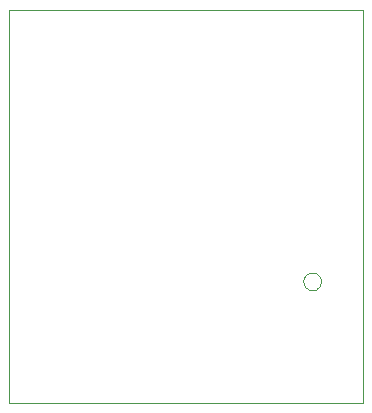
<source format=gm1>
G75*
%MOIN*%
%OFA0B0*%
%FSLAX24Y24*%
%IPPOS*%
%LPD*%
%AMOC8*
5,1,8,0,0,1.08239X$1,22.5*
%
%ADD10C,0.0000*%
D10*
X000281Y005320D02*
X000281Y018431D01*
X012092Y018431D01*
X012092Y005320D01*
X000281Y005320D01*
X010096Y009379D02*
X010098Y009413D01*
X010104Y009447D01*
X010114Y009480D01*
X010127Y009511D01*
X010145Y009541D01*
X010165Y009569D01*
X010189Y009594D01*
X010215Y009616D01*
X010243Y009634D01*
X010274Y009650D01*
X010306Y009662D01*
X010340Y009670D01*
X010374Y009674D01*
X010408Y009674D01*
X010442Y009670D01*
X010476Y009662D01*
X010508Y009650D01*
X010538Y009634D01*
X010567Y009616D01*
X010593Y009594D01*
X010617Y009569D01*
X010637Y009541D01*
X010655Y009511D01*
X010668Y009480D01*
X010678Y009447D01*
X010684Y009413D01*
X010686Y009379D01*
X010684Y009345D01*
X010678Y009311D01*
X010668Y009278D01*
X010655Y009247D01*
X010637Y009217D01*
X010617Y009189D01*
X010593Y009164D01*
X010567Y009142D01*
X010539Y009124D01*
X010508Y009108D01*
X010476Y009096D01*
X010442Y009088D01*
X010408Y009084D01*
X010374Y009084D01*
X010340Y009088D01*
X010306Y009096D01*
X010274Y009108D01*
X010243Y009124D01*
X010215Y009142D01*
X010189Y009164D01*
X010165Y009189D01*
X010145Y009217D01*
X010127Y009247D01*
X010114Y009278D01*
X010104Y009311D01*
X010098Y009345D01*
X010096Y009379D01*
M02*

</source>
